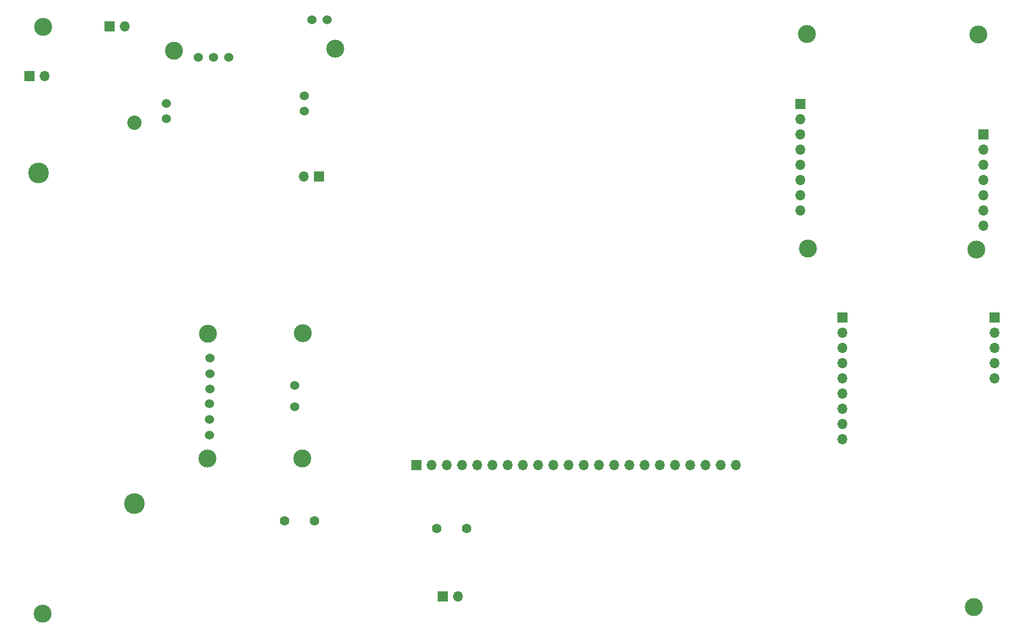
<source format=gbs>
G04 #@! TF.GenerationSoftware,KiCad,Pcbnew,(7.0.0)*
G04 #@! TF.CreationDate,2023-02-19T18:33:10-06:00*
G04 #@! TF.ProjectId,CluePCB,436c7565-5043-4422-9e6b-696361645f70,1*
G04 #@! TF.SameCoordinates,Original*
G04 #@! TF.FileFunction,Soldermask,Bot*
G04 #@! TF.FilePolarity,Negative*
%FSLAX46Y46*%
G04 Gerber Fmt 4.6, Leading zero omitted, Abs format (unit mm)*
G04 Created by KiCad (PCBNEW (7.0.0)) date 2023-02-19 18:33:10*
%MOMM*%
%LPD*%
G01*
G04 APERTURE LIST*
%ADD10C,3.000000*%
%ADD11R,1.700000X1.700000*%
%ADD12O,1.700000X1.700000*%
%ADD13C,2.390000*%
%ADD14C,3.450000*%
%ADD15C,1.524000*%
%ADD16C,1.600000*%
G04 APERTURE END LIST*
D10*
X193890000Y-43207500D03*
X194080000Y-78997500D03*
X222190000Y-79157500D03*
X222510000Y-43307500D03*
D11*
X192849999Y-54857499D03*
D12*
X192849999Y-57397499D03*
X192849999Y-59937499D03*
X192849999Y-62477499D03*
X192849999Y-65017499D03*
X192849999Y-67557499D03*
X192849999Y-70097499D03*
X192849999Y-72637499D03*
D11*
X223389999Y-59967499D03*
D12*
X223389999Y-62507499D03*
X223389999Y-65047499D03*
X223389999Y-67587499D03*
X223389999Y-70127499D03*
X223389999Y-72667499D03*
X223389999Y-75207499D03*
D11*
X128709999Y-115189999D03*
D12*
X131249999Y-115189999D03*
X133789999Y-115189999D03*
X136329999Y-115189999D03*
X138869999Y-115189999D03*
X141409999Y-115189999D03*
X143949999Y-115189999D03*
X146489999Y-115189999D03*
X149029999Y-115189999D03*
X151569999Y-115189999D03*
X154109999Y-115189999D03*
X156649999Y-115189999D03*
X159189999Y-115189999D03*
X161729999Y-115189999D03*
X164269999Y-115189999D03*
X166809999Y-115189999D03*
X169349999Y-115189999D03*
X171889999Y-115189999D03*
X174429999Y-115189999D03*
X176969999Y-115189999D03*
X179509999Y-115189999D03*
X182049999Y-115189999D03*
D11*
X133154999Y-137079999D03*
D12*
X135694999Y-137079999D03*
D10*
X66400000Y-42000000D03*
D13*
X81660000Y-58050000D03*
D14*
X65660000Y-66380000D03*
X81660000Y-121580000D03*
D11*
X199839999Y-90499999D03*
D12*
X199839999Y-93039999D03*
X199839999Y-95579999D03*
X199839999Y-98119999D03*
X199839999Y-100659999D03*
X199839999Y-103199999D03*
X199839999Y-105739999D03*
X199839999Y-108279999D03*
X199839999Y-110819999D03*
D11*
X225239999Y-90539999D03*
D12*
X225239999Y-93079999D03*
X225239999Y-95619999D03*
X225239999Y-98159999D03*
X225239999Y-100699999D03*
D10*
X109780000Y-93130000D03*
X93900000Y-93270000D03*
X93860000Y-114030000D03*
X109660000Y-114070000D03*
D15*
X108360000Y-101840000D03*
X108360000Y-105430000D03*
X94230000Y-97340000D03*
X94270000Y-99950000D03*
X94230000Y-102490000D03*
X94190000Y-104960000D03*
X94190000Y-107570000D03*
X94190000Y-110140000D03*
D11*
X64124999Y-50199999D03*
D12*
X66664999Y-50199999D03*
D16*
X106720000Y-124460000D03*
X111720000Y-124460000D03*
D10*
X66300000Y-140000000D03*
X115200000Y-45690000D03*
X88240000Y-45980000D03*
D15*
X113810000Y-40800000D03*
X111310000Y-40800000D03*
X97370000Y-47130000D03*
X94830000Y-47130000D03*
X92290000Y-47130000D03*
X86990000Y-54830000D03*
X86990000Y-57340000D03*
X110010000Y-53530000D03*
X110010000Y-56040000D03*
D11*
X112474999Y-66999999D03*
D12*
X109934999Y-66999999D03*
D16*
X137120000Y-125730000D03*
X132120000Y-125730000D03*
D10*
X221800000Y-138900000D03*
D11*
X77469999Y-41909999D03*
D12*
X80009999Y-41909999D03*
M02*

</source>
